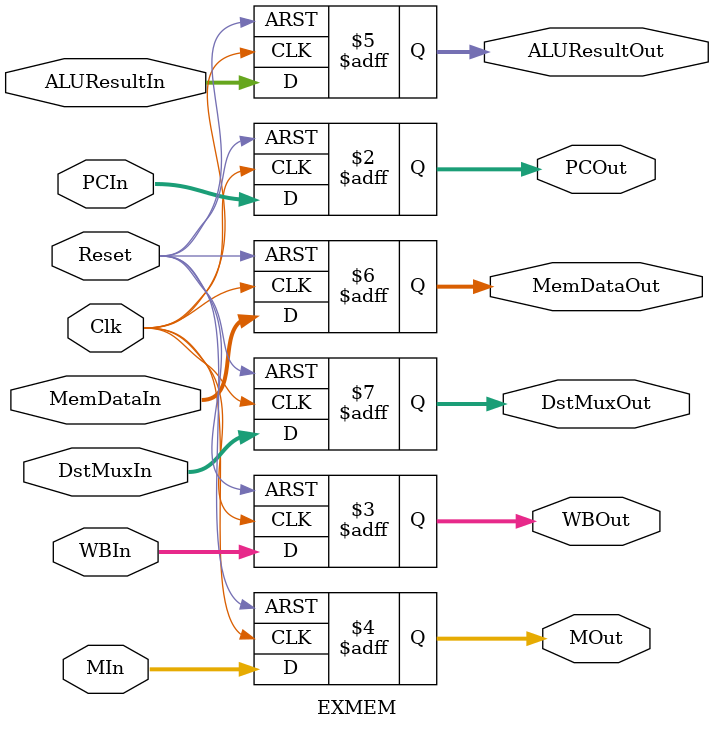
<source format=v>
module EXMEM
(
// Input
	input 									Clk,
	input										Reset,
	input					[31:0]		PCIn,
	input					[2:0]			WBIn,
	input					[1:0]			MIn,
	input					[31:0]		ALUResultIn,
//	input										ALUZeroIn,
	input					[31:0]		MemDataIn,
	input					[4:0]			DstMuxIn,
// Output
	output	reg		[31:0]		PCOut,
	(* equivalent_register_removal = "no" *) output	reg		[2:0]			WBOut,
	(* equivalent_register_removal = "no" *) output	reg		[1:0]			MOut,
	output	reg		[31:0]		ALUResultOut,
//	output	reg							ALUZeroOut,
	output	reg		[31:0]		MemDataOut,
	output	reg		[4:0]			DstMuxOut
);
	always @( posedge Clk or posedge Reset )
		begin
		if ( Reset )
			begin
				PCOut						 <=		32'b0;
				WBOut					 	 <= 	2'b0;
				MOut						 <=		2'b0;
				ALUResultOut		 <=		32'b0;
			//	ALUZeroOut			 <=		1'b0;
				MemDataOut			 <=		32'b0;
				DstMuxOut			 	 <=		5'b0;
			end
		else
			begin
				PCOut						 <=		PCIn;
				WBOut					 	 <= 	WBIn;
				MOut					 	 <=		MIn;
				ALUResultOut		 <=		ALUResultIn;
			//	ALUZeroOut			 <=		ALUZeroIn;
				MemDataOut			 <=		MemDataIn;
				DstMuxOut			 	 <=		DstMuxIn;
			end
		end
endmodule
</source>
